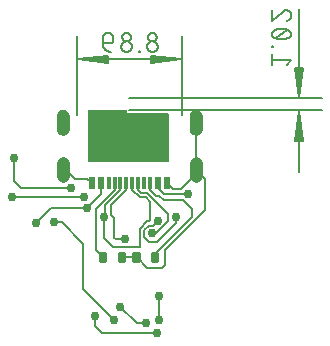
<source format=gbr>
G04 EAGLE Gerber RS-274X export*
G75*
%MOMM*%
%FSLAX34Y34*%
%LPD*%
%INBottom Copper*%
%IPPOS*%
%AMOC8*
5,1,8,0,0,1.08239X$1,22.5*%
G01*
%ADD10C,0.130000*%
%ADD11C,0.152400*%
%ADD12R,0.600000X1.100000*%
%ADD13R,0.300000X1.100000*%
%ADD14C,1.108000*%
%ADD15C,0.377400*%
%ADD16C,0.756400*%

G36*
X146836Y170766D02*
X146836Y170766D01*
X146855Y170764D01*
X146957Y170786D01*
X147059Y170802D01*
X147076Y170812D01*
X147096Y170816D01*
X147185Y170869D01*
X147276Y170918D01*
X147290Y170932D01*
X147307Y170942D01*
X147374Y171021D01*
X147446Y171096D01*
X147454Y171114D01*
X147467Y171129D01*
X147506Y171225D01*
X147549Y171319D01*
X147551Y171339D01*
X147559Y171357D01*
X147577Y171524D01*
X147577Y211694D01*
X147574Y211714D01*
X147576Y211733D01*
X147554Y211835D01*
X147538Y211937D01*
X147528Y211954D01*
X147524Y211974D01*
X147471Y212063D01*
X147422Y212154D01*
X147408Y212168D01*
X147398Y212185D01*
X147319Y212252D01*
X147244Y212324D01*
X147226Y212332D01*
X147211Y212345D01*
X147115Y212384D01*
X147021Y212427D01*
X147001Y212429D01*
X146983Y212437D01*
X146816Y212455D01*
X113399Y212455D01*
X112125Y213729D01*
X112125Y214630D01*
X112122Y214650D01*
X112124Y214669D01*
X112102Y214771D01*
X112086Y214873D01*
X112076Y214890D01*
X112072Y214910D01*
X112019Y214999D01*
X111970Y215090D01*
X111956Y215104D01*
X111946Y215121D01*
X111867Y215188D01*
X111792Y215260D01*
X111774Y215268D01*
X111759Y215281D01*
X111663Y215320D01*
X111569Y215363D01*
X111549Y215365D01*
X111531Y215373D01*
X111364Y215391D01*
X80184Y215391D01*
X80164Y215388D01*
X80145Y215390D01*
X80043Y215368D01*
X79941Y215352D01*
X79924Y215342D01*
X79904Y215338D01*
X79815Y215285D01*
X79724Y215236D01*
X79710Y215222D01*
X79693Y215212D01*
X79626Y215133D01*
X79554Y215058D01*
X79546Y215040D01*
X79533Y215025D01*
X79494Y214929D01*
X79451Y214835D01*
X79449Y214815D01*
X79441Y214797D01*
X79423Y214630D01*
X79423Y171524D01*
X79426Y171504D01*
X79424Y171485D01*
X79446Y171383D01*
X79462Y171281D01*
X79472Y171264D01*
X79476Y171244D01*
X79529Y171155D01*
X79578Y171064D01*
X79592Y171050D01*
X79602Y171033D01*
X79681Y170966D01*
X79756Y170894D01*
X79774Y170886D01*
X79789Y170873D01*
X79885Y170834D01*
X79979Y170791D01*
X79999Y170789D01*
X80017Y170781D01*
X80184Y170763D01*
X146816Y170763D01*
X146836Y170766D01*
G37*
G36*
X171618Y193546D02*
X171618Y193546D01*
X171624Y193552D01*
X171629Y193549D01*
X172686Y193919D01*
X172690Y193926D01*
X172696Y193923D01*
X173644Y194519D01*
X173647Y194527D01*
X173652Y194526D01*
X174444Y195318D01*
X174445Y195326D01*
X174451Y195326D01*
X175047Y196274D01*
X175046Y196283D01*
X175051Y196284D01*
X175421Y197341D01*
X175420Y197345D01*
X175422Y197347D01*
X175420Y197350D01*
X175424Y197352D01*
X175549Y198465D01*
X175547Y198468D01*
X175549Y198470D01*
X175549Y210470D01*
X175547Y210473D01*
X175549Y210476D01*
X175424Y211588D01*
X175418Y211594D01*
X175421Y211599D01*
X175051Y212656D01*
X175045Y212660D01*
X175047Y212666D01*
X174451Y213614D01*
X174443Y213617D01*
X174444Y213622D01*
X173652Y214414D01*
X173644Y214415D01*
X173644Y214421D01*
X172696Y215017D01*
X172687Y215016D01*
X172686Y215021D01*
X171629Y215391D01*
X171621Y215389D01*
X171618Y215394D01*
X170506Y215519D01*
X170498Y215515D01*
X170495Y215519D01*
X169382Y215394D01*
X169376Y215388D01*
X169371Y215391D01*
X168314Y215021D01*
X168310Y215015D01*
X168304Y215017D01*
X167356Y214421D01*
X167353Y214413D01*
X167348Y214414D01*
X166556Y213622D01*
X166555Y213614D01*
X166549Y213614D01*
X165953Y212666D01*
X165954Y212657D01*
X165949Y212656D01*
X165579Y211599D01*
X165581Y211591D01*
X165576Y211588D01*
X165451Y210476D01*
X165453Y210472D01*
X165451Y210470D01*
X165451Y198470D01*
X165453Y198467D01*
X165451Y198465D01*
X165576Y197352D01*
X165582Y197346D01*
X165579Y197341D01*
X165949Y196284D01*
X165956Y196280D01*
X165953Y196274D01*
X166549Y195326D01*
X166557Y195323D01*
X166556Y195318D01*
X167348Y194526D01*
X167356Y194525D01*
X167356Y194519D01*
X168304Y193923D01*
X168313Y193924D01*
X168314Y193919D01*
X169371Y193549D01*
X169379Y193551D01*
X169382Y193546D01*
X170495Y193421D01*
X170502Y193425D01*
X170506Y193421D01*
X171618Y193546D01*
G37*
G36*
X59218Y193546D02*
X59218Y193546D01*
X59224Y193552D01*
X59229Y193549D01*
X60286Y193919D01*
X60290Y193926D01*
X60296Y193923D01*
X61244Y194519D01*
X61247Y194527D01*
X61252Y194526D01*
X62044Y195318D01*
X62045Y195326D01*
X62051Y195326D01*
X62647Y196274D01*
X62646Y196283D01*
X62651Y196284D01*
X63021Y197341D01*
X63020Y197345D01*
X63022Y197347D01*
X63020Y197350D01*
X63024Y197352D01*
X63149Y198465D01*
X63147Y198468D01*
X63149Y198470D01*
X63149Y210470D01*
X63147Y210473D01*
X63149Y210476D01*
X63024Y211588D01*
X63018Y211594D01*
X63021Y211599D01*
X62651Y212656D01*
X62645Y212660D01*
X62647Y212666D01*
X62051Y213614D01*
X62043Y213617D01*
X62044Y213622D01*
X61252Y214414D01*
X61244Y214415D01*
X61244Y214421D01*
X60296Y215017D01*
X60287Y215016D01*
X60286Y215021D01*
X59229Y215391D01*
X59221Y215389D01*
X59218Y215394D01*
X58106Y215519D01*
X58098Y215515D01*
X58095Y215519D01*
X56982Y215394D01*
X56976Y215388D01*
X56971Y215391D01*
X55914Y215021D01*
X55910Y215015D01*
X55904Y215017D01*
X54956Y214421D01*
X54953Y214413D01*
X54948Y214414D01*
X54156Y213622D01*
X54155Y213614D01*
X54149Y213614D01*
X53553Y212666D01*
X53554Y212657D01*
X53549Y212656D01*
X53179Y211599D01*
X53181Y211591D01*
X53176Y211588D01*
X53051Y210476D01*
X53053Y210472D01*
X53051Y210470D01*
X53051Y198470D01*
X53053Y198467D01*
X53051Y198465D01*
X53176Y197352D01*
X53182Y197346D01*
X53179Y197341D01*
X53549Y196284D01*
X53556Y196280D01*
X53553Y196274D01*
X54149Y195326D01*
X54157Y195323D01*
X54156Y195318D01*
X54948Y194526D01*
X54956Y194525D01*
X54956Y194519D01*
X55904Y193923D01*
X55913Y193924D01*
X55914Y193919D01*
X56971Y193549D01*
X56979Y193551D01*
X56982Y193546D01*
X58095Y193421D01*
X58102Y193425D01*
X58106Y193421D01*
X59218Y193546D01*
G37*
G36*
X59218Y155546D02*
X59218Y155546D01*
X59224Y155552D01*
X59229Y155549D01*
X60286Y155919D01*
X60290Y155926D01*
X60296Y155923D01*
X61244Y156519D01*
X61247Y156527D01*
X61252Y156526D01*
X62044Y157318D01*
X62045Y157326D01*
X62051Y157326D01*
X62647Y158274D01*
X62646Y158283D01*
X62651Y158284D01*
X63021Y159341D01*
X63020Y159345D01*
X63022Y159347D01*
X63020Y159350D01*
X63024Y159352D01*
X63149Y160465D01*
X63147Y160468D01*
X63149Y160470D01*
X63149Y168470D01*
X63147Y168473D01*
X63149Y168476D01*
X63024Y169588D01*
X63018Y169594D01*
X63021Y169599D01*
X62651Y170656D01*
X62645Y170660D01*
X62647Y170666D01*
X62051Y171614D01*
X62043Y171617D01*
X62044Y171622D01*
X61252Y172414D01*
X61244Y172415D01*
X61244Y172421D01*
X60296Y173017D01*
X60287Y173016D01*
X60286Y173021D01*
X59229Y173391D01*
X59221Y173389D01*
X59218Y173394D01*
X58106Y173519D01*
X58098Y173515D01*
X58095Y173519D01*
X56982Y173394D01*
X56976Y173388D01*
X56971Y173391D01*
X55914Y173021D01*
X55910Y173015D01*
X55904Y173017D01*
X54956Y172421D01*
X54953Y172413D01*
X54948Y172414D01*
X54156Y171622D01*
X54155Y171614D01*
X54149Y171614D01*
X53553Y170666D01*
X53554Y170657D01*
X53549Y170656D01*
X53179Y169599D01*
X53181Y169591D01*
X53176Y169588D01*
X53051Y168476D01*
X53053Y168472D01*
X53051Y168470D01*
X53051Y160470D01*
X53053Y160467D01*
X53051Y160465D01*
X53176Y159352D01*
X53182Y159346D01*
X53179Y159341D01*
X53549Y158284D01*
X53556Y158280D01*
X53553Y158274D01*
X54149Y157326D01*
X54157Y157323D01*
X54156Y157318D01*
X54948Y156526D01*
X54956Y156525D01*
X54956Y156519D01*
X55904Y155923D01*
X55913Y155924D01*
X55914Y155919D01*
X56971Y155549D01*
X56979Y155551D01*
X56982Y155546D01*
X58095Y155421D01*
X58102Y155425D01*
X58106Y155421D01*
X59218Y155546D01*
G37*
G36*
X171618Y155546D02*
X171618Y155546D01*
X171624Y155552D01*
X171629Y155549D01*
X172686Y155919D01*
X172690Y155926D01*
X172696Y155923D01*
X173644Y156519D01*
X173647Y156527D01*
X173652Y156526D01*
X174444Y157318D01*
X174445Y157326D01*
X174451Y157326D01*
X175047Y158274D01*
X175046Y158283D01*
X175051Y158284D01*
X175421Y159341D01*
X175420Y159345D01*
X175422Y159347D01*
X175420Y159350D01*
X175424Y159352D01*
X175549Y160465D01*
X175547Y160468D01*
X175549Y160470D01*
X175549Y168470D01*
X175547Y168473D01*
X175549Y168476D01*
X175424Y169588D01*
X175418Y169594D01*
X175421Y169599D01*
X175051Y170656D01*
X175045Y170660D01*
X175047Y170666D01*
X174451Y171614D01*
X174443Y171617D01*
X174444Y171622D01*
X173652Y172414D01*
X173644Y172415D01*
X173644Y172421D01*
X172696Y173017D01*
X172687Y173016D01*
X172686Y173021D01*
X171629Y173391D01*
X171621Y173389D01*
X171618Y173394D01*
X170506Y173519D01*
X170498Y173515D01*
X170495Y173519D01*
X169382Y173394D01*
X169376Y173388D01*
X169371Y173391D01*
X168314Y173021D01*
X168310Y173015D01*
X168304Y173017D01*
X167356Y172421D01*
X167353Y172413D01*
X167348Y172414D01*
X166556Y171622D01*
X166555Y171614D01*
X166549Y171614D01*
X165953Y170666D01*
X165954Y170657D01*
X165949Y170656D01*
X165579Y169599D01*
X165581Y169591D01*
X165576Y169588D01*
X165451Y168476D01*
X165453Y168472D01*
X165451Y168470D01*
X165451Y160470D01*
X165453Y160467D01*
X165451Y160465D01*
X165576Y159352D01*
X165582Y159346D01*
X165579Y159341D01*
X165949Y158284D01*
X165956Y158280D01*
X165953Y158274D01*
X166549Y157326D01*
X166557Y157323D01*
X166556Y157318D01*
X167348Y156526D01*
X167356Y156525D01*
X167356Y156519D01*
X168304Y155923D01*
X168313Y155924D01*
X168314Y155919D01*
X169371Y155549D01*
X169379Y155551D01*
X169382Y155546D01*
X170495Y155421D01*
X170502Y155425D01*
X170506Y155421D01*
X171618Y155546D01*
G37*
D10*
X114300Y224790D02*
X277310Y224790D01*
X277310Y214630D02*
X114300Y214630D01*
X257810Y213980D02*
X257810Y162630D01*
X257810Y225440D02*
X257810Y300418D01*
X254618Y250790D02*
X257810Y225440D01*
X254618Y250790D02*
X261002Y250790D01*
X257810Y225440D01*
X256510Y250790D01*
X259110Y250790D02*
X257810Y225440D01*
X255210Y250790D01*
X260410Y250790D02*
X257810Y225440D01*
X257810Y213980D02*
X254618Y188630D01*
X261002Y188630D01*
X257810Y213980D01*
X256510Y188630D01*
X259110Y188630D02*
X257810Y213980D01*
X255210Y188630D01*
X260410Y188630D02*
X257810Y213980D01*
D11*
X247691Y253110D02*
X251303Y257625D01*
X235047Y257625D01*
X235047Y253110D02*
X235047Y262141D01*
X235047Y268116D02*
X235950Y268116D01*
X235950Y269019D01*
X235047Y269019D01*
X235047Y268116D01*
X243175Y274994D02*
X243495Y274998D01*
X243814Y275009D01*
X244134Y275028D01*
X244452Y275055D01*
X244770Y275089D01*
X245087Y275131D01*
X245403Y275181D01*
X245718Y275238D01*
X246031Y275302D01*
X246343Y275374D01*
X246653Y275453D01*
X246960Y275540D01*
X247266Y275634D01*
X247569Y275735D01*
X247870Y275844D01*
X248168Y275959D01*
X248464Y276082D01*
X248756Y276212D01*
X249045Y276349D01*
X249046Y276348D02*
X249154Y276387D01*
X249261Y276430D01*
X249366Y276476D01*
X249470Y276527D01*
X249572Y276580D01*
X249672Y276637D01*
X249770Y276698D01*
X249865Y276762D01*
X249959Y276829D01*
X250050Y276900D01*
X250139Y276973D01*
X250225Y277050D01*
X250308Y277129D01*
X250389Y277211D01*
X250467Y277296D01*
X250541Y277384D01*
X250613Y277474D01*
X250681Y277566D01*
X250747Y277661D01*
X250809Y277758D01*
X250867Y277857D01*
X250923Y277959D01*
X250974Y278061D01*
X251022Y278166D01*
X251067Y278272D01*
X251108Y278380D01*
X251145Y278489D01*
X251178Y278599D01*
X251207Y278711D01*
X251233Y278823D01*
X251255Y278936D01*
X251272Y279050D01*
X251286Y279164D01*
X251296Y279279D01*
X251302Y279394D01*
X251304Y279509D01*
X251303Y279509D02*
X251301Y279624D01*
X251295Y279739D01*
X251285Y279854D01*
X251271Y279968D01*
X251254Y280082D01*
X251232Y280195D01*
X251206Y280307D01*
X251177Y280419D01*
X251144Y280529D01*
X251107Y280638D01*
X251066Y280746D01*
X251021Y280852D01*
X250973Y280957D01*
X250922Y281059D01*
X250866Y281160D01*
X250808Y281260D01*
X250746Y281357D01*
X250681Y281451D01*
X250612Y281544D01*
X250540Y281634D01*
X250466Y281722D01*
X250388Y281807D01*
X250307Y281889D01*
X250224Y281968D01*
X250138Y282045D01*
X250049Y282118D01*
X249958Y282189D01*
X249864Y282256D01*
X249769Y282320D01*
X249671Y282381D01*
X249571Y282438D01*
X249469Y282491D01*
X249365Y282542D01*
X249260Y282588D01*
X249153Y282631D01*
X249045Y282670D01*
X249045Y282669D02*
X248756Y282806D01*
X248464Y282936D01*
X248168Y283059D01*
X247870Y283174D01*
X247569Y283283D01*
X247266Y283384D01*
X246960Y283478D01*
X246653Y283565D01*
X246343Y283644D01*
X246031Y283716D01*
X245718Y283780D01*
X245403Y283837D01*
X245087Y283887D01*
X244770Y283929D01*
X244452Y283963D01*
X244134Y283990D01*
X243814Y284009D01*
X243495Y284020D01*
X243175Y284024D01*
X243175Y274994D02*
X242855Y274998D01*
X242536Y275009D01*
X242216Y275028D01*
X241898Y275055D01*
X241580Y275089D01*
X241263Y275131D01*
X240947Y275181D01*
X240632Y275238D01*
X240319Y275302D01*
X240007Y275374D01*
X239697Y275453D01*
X239390Y275540D01*
X239084Y275634D01*
X238781Y275735D01*
X238480Y275844D01*
X238182Y275959D01*
X237886Y276082D01*
X237594Y276212D01*
X237305Y276349D01*
X237305Y276348D02*
X237197Y276387D01*
X237090Y276430D01*
X236985Y276476D01*
X236881Y276527D01*
X236779Y276580D01*
X236679Y276637D01*
X236581Y276698D01*
X236486Y276762D01*
X236392Y276829D01*
X236301Y276900D01*
X236212Y276973D01*
X236126Y277050D01*
X236043Y277129D01*
X235962Y277211D01*
X235884Y277296D01*
X235810Y277384D01*
X235738Y277474D01*
X235669Y277567D01*
X235604Y277661D01*
X235542Y277758D01*
X235484Y277858D01*
X235428Y277959D01*
X235377Y278061D01*
X235329Y278166D01*
X235284Y278272D01*
X235243Y278380D01*
X235206Y278489D01*
X235173Y278599D01*
X235144Y278711D01*
X235118Y278823D01*
X235096Y278936D01*
X235079Y279050D01*
X235065Y279164D01*
X235055Y279279D01*
X235049Y279394D01*
X235047Y279509D01*
X237305Y282669D02*
X237594Y282806D01*
X237886Y282936D01*
X238182Y283059D01*
X238480Y283174D01*
X238781Y283283D01*
X239084Y283384D01*
X239390Y283478D01*
X239697Y283565D01*
X240007Y283644D01*
X240319Y283716D01*
X240632Y283780D01*
X240947Y283837D01*
X241263Y283887D01*
X241580Y283929D01*
X241898Y283963D01*
X242216Y283990D01*
X242536Y284009D01*
X242855Y284020D01*
X243175Y284024D01*
X237305Y282670D02*
X237197Y282631D01*
X237090Y282588D01*
X236985Y282542D01*
X236881Y282491D01*
X236779Y282438D01*
X236679Y282381D01*
X236581Y282320D01*
X236486Y282256D01*
X236392Y282189D01*
X236301Y282118D01*
X236212Y282045D01*
X236126Y281968D01*
X236043Y281889D01*
X235962Y281807D01*
X235884Y281722D01*
X235810Y281634D01*
X235738Y281544D01*
X235669Y281451D01*
X235604Y281357D01*
X235542Y281260D01*
X235484Y281160D01*
X235428Y281059D01*
X235377Y280956D01*
X235329Y280852D01*
X235284Y280746D01*
X235243Y280638D01*
X235206Y280529D01*
X235173Y280419D01*
X235144Y280307D01*
X235118Y280195D01*
X235096Y280082D01*
X235079Y279968D01*
X235065Y279854D01*
X235055Y279739D01*
X235049Y279624D01*
X235047Y279509D01*
X238659Y275897D02*
X247691Y283122D01*
X251303Y295592D02*
X251301Y295717D01*
X251295Y295842D01*
X251286Y295967D01*
X251272Y296091D01*
X251255Y296215D01*
X251234Y296339D01*
X251209Y296461D01*
X251180Y296583D01*
X251148Y296704D01*
X251112Y296824D01*
X251072Y296943D01*
X251029Y297060D01*
X250982Y297176D01*
X250931Y297291D01*
X250877Y297403D01*
X250819Y297515D01*
X250759Y297624D01*
X250694Y297731D01*
X250627Y297837D01*
X250556Y297940D01*
X250482Y298041D01*
X250405Y298140D01*
X250325Y298236D01*
X250242Y298330D01*
X250157Y298421D01*
X250068Y298510D01*
X249977Y298595D01*
X249883Y298678D01*
X249787Y298758D01*
X249688Y298835D01*
X249587Y298909D01*
X249484Y298980D01*
X249378Y299047D01*
X249271Y299112D01*
X249162Y299172D01*
X249050Y299230D01*
X248938Y299284D01*
X248823Y299335D01*
X248707Y299382D01*
X248590Y299425D01*
X248471Y299465D01*
X248351Y299501D01*
X248230Y299533D01*
X248108Y299562D01*
X247986Y299587D01*
X247862Y299608D01*
X247738Y299625D01*
X247614Y299639D01*
X247489Y299648D01*
X247364Y299654D01*
X247239Y299656D01*
X251303Y295592D02*
X251301Y295449D01*
X251295Y295307D01*
X251285Y295164D01*
X251272Y295022D01*
X251254Y294881D01*
X251233Y294739D01*
X251208Y294599D01*
X251179Y294459D01*
X251146Y294320D01*
X251109Y294182D01*
X251069Y294045D01*
X251025Y293910D01*
X250977Y293775D01*
X250925Y293642D01*
X250870Y293510D01*
X250811Y293380D01*
X250749Y293252D01*
X250683Y293125D01*
X250614Y293000D01*
X250542Y292877D01*
X250466Y292757D01*
X250387Y292638D01*
X250304Y292521D01*
X250219Y292407D01*
X250130Y292295D01*
X250039Y292186D01*
X249944Y292079D01*
X249847Y291974D01*
X249746Y291873D01*
X249643Y291774D01*
X249538Y291678D01*
X249429Y291585D01*
X249318Y291495D01*
X249205Y291408D01*
X249090Y291324D01*
X248972Y291244D01*
X248852Y291166D01*
X248730Y291092D01*
X248606Y291022D01*
X248480Y290954D01*
X248352Y290891D01*
X248223Y290830D01*
X248092Y290773D01*
X247960Y290720D01*
X247826Y290671D01*
X247691Y290625D01*
X244078Y298301D02*
X244170Y298395D01*
X244264Y298485D01*
X244361Y298573D01*
X244461Y298658D01*
X244563Y298740D01*
X244668Y298819D01*
X244775Y298894D01*
X244884Y298966D01*
X244995Y299035D01*
X245109Y299101D01*
X245224Y299163D01*
X245341Y299222D01*
X245460Y299277D01*
X245580Y299328D01*
X245702Y299376D01*
X245825Y299421D01*
X245949Y299461D01*
X246075Y299498D01*
X246202Y299531D01*
X246329Y299560D01*
X246458Y299586D01*
X246587Y299607D01*
X246717Y299625D01*
X246847Y299638D01*
X246977Y299648D01*
X247108Y299654D01*
X247239Y299656D01*
X244078Y298301D02*
X235047Y290625D01*
X235047Y299656D01*
D10*
X69850Y277310D02*
X69850Y210820D01*
X158750Y210820D02*
X158750Y277310D01*
X158100Y257810D02*
X70500Y257810D01*
X95850Y261002D01*
X95850Y254618D01*
X70500Y257810D01*
X95850Y259110D01*
X95850Y256510D02*
X70500Y257810D01*
X95850Y260410D01*
X95850Y255210D02*
X70500Y257810D01*
X132750Y261002D02*
X158100Y257810D01*
X132750Y261002D02*
X132750Y254618D01*
X158100Y257810D01*
X132750Y259110D01*
X132750Y256510D02*
X158100Y257810D01*
X132750Y260410D01*
X132750Y255210D02*
X158100Y257810D01*
D11*
X138352Y268833D02*
X138350Y268966D01*
X138344Y269098D01*
X138334Y269230D01*
X138321Y269362D01*
X138303Y269494D01*
X138282Y269624D01*
X138257Y269755D01*
X138228Y269884D01*
X138195Y270012D01*
X138159Y270140D01*
X138119Y270266D01*
X138075Y270391D01*
X138027Y270515D01*
X137976Y270637D01*
X137921Y270758D01*
X137863Y270877D01*
X137801Y270995D01*
X137736Y271110D01*
X137667Y271224D01*
X137596Y271335D01*
X137520Y271444D01*
X137442Y271551D01*
X137361Y271656D01*
X137276Y271758D01*
X137189Y271858D01*
X137099Y271955D01*
X137006Y272050D01*
X136910Y272141D01*
X136812Y272230D01*
X136711Y272316D01*
X136607Y272399D01*
X136501Y272479D01*
X136393Y272555D01*
X136283Y272629D01*
X136170Y272699D01*
X136056Y272766D01*
X135939Y272829D01*
X135821Y272889D01*
X135701Y272946D01*
X135579Y272999D01*
X135456Y273048D01*
X135332Y273094D01*
X135206Y273136D01*
X135079Y273174D01*
X134951Y273209D01*
X134822Y273240D01*
X134693Y273267D01*
X134562Y273290D01*
X134431Y273310D01*
X134299Y273325D01*
X134167Y273337D01*
X134035Y273345D01*
X133902Y273349D01*
X133770Y273349D01*
X133637Y273345D01*
X133505Y273337D01*
X133373Y273325D01*
X133241Y273310D01*
X133110Y273290D01*
X132979Y273267D01*
X132850Y273240D01*
X132721Y273209D01*
X132593Y273174D01*
X132466Y273136D01*
X132340Y273094D01*
X132216Y273048D01*
X132093Y272999D01*
X131971Y272946D01*
X131851Y272889D01*
X131733Y272829D01*
X131616Y272766D01*
X131502Y272699D01*
X131389Y272629D01*
X131279Y272555D01*
X131171Y272479D01*
X131065Y272399D01*
X130961Y272316D01*
X130860Y272230D01*
X130762Y272141D01*
X130666Y272050D01*
X130573Y271955D01*
X130483Y271858D01*
X130396Y271758D01*
X130311Y271656D01*
X130230Y271551D01*
X130152Y271444D01*
X130076Y271335D01*
X130005Y271224D01*
X129936Y271110D01*
X129871Y270995D01*
X129809Y270877D01*
X129751Y270758D01*
X129696Y270637D01*
X129645Y270515D01*
X129597Y270391D01*
X129553Y270266D01*
X129513Y270140D01*
X129477Y270012D01*
X129444Y269884D01*
X129415Y269755D01*
X129390Y269624D01*
X129369Y269494D01*
X129351Y269362D01*
X129338Y269230D01*
X129328Y269098D01*
X129322Y268966D01*
X129320Y268833D01*
X129322Y268700D01*
X129328Y268568D01*
X129338Y268436D01*
X129351Y268304D01*
X129369Y268172D01*
X129390Y268042D01*
X129415Y267911D01*
X129444Y267782D01*
X129477Y267654D01*
X129513Y267526D01*
X129553Y267400D01*
X129597Y267275D01*
X129645Y267151D01*
X129696Y267029D01*
X129751Y266908D01*
X129809Y266789D01*
X129871Y266671D01*
X129936Y266556D01*
X130005Y266442D01*
X130076Y266331D01*
X130152Y266222D01*
X130230Y266115D01*
X130311Y266010D01*
X130396Y265908D01*
X130483Y265808D01*
X130573Y265711D01*
X130666Y265616D01*
X130762Y265525D01*
X130860Y265436D01*
X130961Y265350D01*
X131065Y265267D01*
X131171Y265187D01*
X131279Y265111D01*
X131389Y265037D01*
X131502Y264967D01*
X131616Y264900D01*
X131733Y264837D01*
X131851Y264777D01*
X131971Y264720D01*
X132093Y264667D01*
X132216Y264618D01*
X132340Y264572D01*
X132466Y264530D01*
X132593Y264492D01*
X132721Y264457D01*
X132850Y264426D01*
X132979Y264399D01*
X133110Y264376D01*
X133241Y264356D01*
X133373Y264341D01*
X133505Y264329D01*
X133637Y264321D01*
X133770Y264317D01*
X133902Y264317D01*
X134035Y264321D01*
X134167Y264329D01*
X134299Y264341D01*
X134431Y264356D01*
X134562Y264376D01*
X134693Y264399D01*
X134822Y264426D01*
X134951Y264457D01*
X135079Y264492D01*
X135206Y264530D01*
X135332Y264572D01*
X135456Y264618D01*
X135579Y264667D01*
X135701Y264720D01*
X135821Y264777D01*
X135939Y264837D01*
X136056Y264900D01*
X136170Y264967D01*
X136283Y265037D01*
X136393Y265111D01*
X136501Y265187D01*
X136607Y265267D01*
X136711Y265350D01*
X136812Y265436D01*
X136910Y265525D01*
X137006Y265616D01*
X137099Y265711D01*
X137189Y265808D01*
X137276Y265908D01*
X137361Y266010D01*
X137442Y266115D01*
X137520Y266222D01*
X137596Y266331D01*
X137667Y266442D01*
X137736Y266556D01*
X137801Y266671D01*
X137863Y266789D01*
X137921Y266908D01*
X137976Y267029D01*
X138027Y267151D01*
X138075Y267275D01*
X138119Y267400D01*
X138159Y267526D01*
X138195Y267654D01*
X138228Y267782D01*
X138257Y267911D01*
X138282Y268042D01*
X138303Y268172D01*
X138321Y268304D01*
X138334Y268436D01*
X138344Y268568D01*
X138350Y268700D01*
X138352Y268833D01*
X137448Y276961D02*
X137446Y277080D01*
X137440Y277200D01*
X137430Y277319D01*
X137416Y277437D01*
X137399Y277556D01*
X137377Y277673D01*
X137352Y277790D01*
X137322Y277905D01*
X137289Y278020D01*
X137252Y278134D01*
X137212Y278246D01*
X137167Y278357D01*
X137119Y278466D01*
X137068Y278574D01*
X137013Y278680D01*
X136954Y278784D01*
X136892Y278886D01*
X136827Y278986D01*
X136758Y279084D01*
X136686Y279180D01*
X136611Y279273D01*
X136534Y279363D01*
X136453Y279451D01*
X136369Y279536D01*
X136282Y279618D01*
X136193Y279698D01*
X136101Y279774D01*
X136007Y279848D01*
X135910Y279918D01*
X135812Y279985D01*
X135711Y280049D01*
X135607Y280109D01*
X135502Y280166D01*
X135395Y280219D01*
X135287Y280269D01*
X135177Y280315D01*
X135065Y280357D01*
X134952Y280396D01*
X134838Y280431D01*
X134723Y280462D01*
X134606Y280490D01*
X134489Y280513D01*
X134372Y280533D01*
X134253Y280549D01*
X134134Y280561D01*
X134015Y280569D01*
X133896Y280573D01*
X133776Y280573D01*
X133657Y280569D01*
X133538Y280561D01*
X133419Y280549D01*
X133300Y280533D01*
X133183Y280513D01*
X133066Y280490D01*
X132949Y280462D01*
X132834Y280431D01*
X132720Y280396D01*
X132607Y280357D01*
X132495Y280315D01*
X132385Y280269D01*
X132277Y280219D01*
X132170Y280166D01*
X132065Y280109D01*
X131961Y280049D01*
X131860Y279985D01*
X131762Y279918D01*
X131665Y279848D01*
X131571Y279774D01*
X131479Y279698D01*
X131390Y279618D01*
X131303Y279536D01*
X131219Y279451D01*
X131138Y279363D01*
X131061Y279273D01*
X130986Y279180D01*
X130914Y279084D01*
X130845Y278986D01*
X130780Y278886D01*
X130718Y278784D01*
X130659Y278680D01*
X130604Y278574D01*
X130553Y278466D01*
X130505Y278357D01*
X130460Y278246D01*
X130420Y278134D01*
X130383Y278020D01*
X130350Y277905D01*
X130320Y277790D01*
X130295Y277673D01*
X130273Y277556D01*
X130256Y277437D01*
X130242Y277319D01*
X130232Y277200D01*
X130226Y277080D01*
X130224Y276961D01*
X130226Y276842D01*
X130232Y276722D01*
X130242Y276603D01*
X130256Y276485D01*
X130273Y276366D01*
X130295Y276249D01*
X130320Y276132D01*
X130350Y276017D01*
X130383Y275902D01*
X130420Y275788D01*
X130460Y275676D01*
X130505Y275565D01*
X130553Y275456D01*
X130604Y275348D01*
X130659Y275242D01*
X130718Y275138D01*
X130780Y275036D01*
X130845Y274936D01*
X130914Y274838D01*
X130986Y274742D01*
X131061Y274649D01*
X131138Y274559D01*
X131219Y274471D01*
X131303Y274386D01*
X131390Y274304D01*
X131479Y274224D01*
X131571Y274148D01*
X131665Y274074D01*
X131762Y274004D01*
X131860Y273937D01*
X131961Y273873D01*
X132065Y273813D01*
X132170Y273756D01*
X132277Y273703D01*
X132385Y273653D01*
X132495Y273607D01*
X132607Y273565D01*
X132720Y273526D01*
X132834Y273491D01*
X132949Y273460D01*
X133066Y273432D01*
X133183Y273409D01*
X133300Y273389D01*
X133419Y273373D01*
X133538Y273361D01*
X133657Y273353D01*
X133776Y273349D01*
X133896Y273349D01*
X134015Y273353D01*
X134134Y273361D01*
X134253Y273373D01*
X134372Y273389D01*
X134489Y273409D01*
X134606Y273432D01*
X134723Y273460D01*
X134838Y273491D01*
X134952Y273526D01*
X135065Y273565D01*
X135177Y273607D01*
X135287Y273653D01*
X135395Y273703D01*
X135502Y273756D01*
X135607Y273813D01*
X135711Y273873D01*
X135812Y273937D01*
X135910Y274004D01*
X136007Y274074D01*
X136101Y274148D01*
X136193Y274224D01*
X136282Y274304D01*
X136369Y274386D01*
X136453Y274471D01*
X136534Y274559D01*
X136611Y274649D01*
X136686Y274742D01*
X136758Y274838D01*
X136827Y274936D01*
X136892Y275036D01*
X136954Y275138D01*
X137013Y275242D01*
X137068Y275348D01*
X137119Y275456D01*
X137167Y275565D01*
X137212Y275676D01*
X137252Y275788D01*
X137289Y275902D01*
X137322Y276017D01*
X137352Y276132D01*
X137377Y276249D01*
X137399Y276366D01*
X137416Y276485D01*
X137430Y276603D01*
X137440Y276722D01*
X137446Y276842D01*
X137448Y276961D01*
X123346Y265220D02*
X123346Y264317D01*
X123346Y265220D02*
X122443Y265220D01*
X122443Y264317D01*
X123346Y264317D01*
X116469Y268833D02*
X116467Y268966D01*
X116461Y269098D01*
X116451Y269230D01*
X116438Y269362D01*
X116420Y269494D01*
X116399Y269624D01*
X116374Y269755D01*
X116345Y269884D01*
X116312Y270012D01*
X116276Y270140D01*
X116236Y270266D01*
X116192Y270391D01*
X116144Y270515D01*
X116093Y270637D01*
X116038Y270758D01*
X115980Y270877D01*
X115918Y270995D01*
X115853Y271110D01*
X115784Y271224D01*
X115713Y271335D01*
X115637Y271444D01*
X115559Y271551D01*
X115478Y271656D01*
X115393Y271758D01*
X115306Y271858D01*
X115216Y271955D01*
X115123Y272050D01*
X115027Y272141D01*
X114929Y272230D01*
X114828Y272316D01*
X114724Y272399D01*
X114618Y272479D01*
X114510Y272555D01*
X114400Y272629D01*
X114287Y272699D01*
X114173Y272766D01*
X114056Y272829D01*
X113938Y272889D01*
X113818Y272946D01*
X113696Y272999D01*
X113573Y273048D01*
X113449Y273094D01*
X113323Y273136D01*
X113196Y273174D01*
X113068Y273209D01*
X112939Y273240D01*
X112810Y273267D01*
X112679Y273290D01*
X112548Y273310D01*
X112416Y273325D01*
X112284Y273337D01*
X112152Y273345D01*
X112019Y273349D01*
X111887Y273349D01*
X111754Y273345D01*
X111622Y273337D01*
X111490Y273325D01*
X111358Y273310D01*
X111227Y273290D01*
X111096Y273267D01*
X110967Y273240D01*
X110838Y273209D01*
X110710Y273174D01*
X110583Y273136D01*
X110457Y273094D01*
X110333Y273048D01*
X110210Y272999D01*
X110088Y272946D01*
X109968Y272889D01*
X109850Y272829D01*
X109733Y272766D01*
X109619Y272699D01*
X109506Y272629D01*
X109396Y272555D01*
X109288Y272479D01*
X109182Y272399D01*
X109078Y272316D01*
X108977Y272230D01*
X108879Y272141D01*
X108783Y272050D01*
X108690Y271955D01*
X108600Y271858D01*
X108513Y271758D01*
X108428Y271656D01*
X108347Y271551D01*
X108269Y271444D01*
X108193Y271335D01*
X108122Y271224D01*
X108053Y271110D01*
X107988Y270995D01*
X107926Y270877D01*
X107868Y270758D01*
X107813Y270637D01*
X107762Y270515D01*
X107714Y270391D01*
X107670Y270266D01*
X107630Y270140D01*
X107594Y270012D01*
X107561Y269884D01*
X107532Y269755D01*
X107507Y269624D01*
X107486Y269494D01*
X107468Y269362D01*
X107455Y269230D01*
X107445Y269098D01*
X107439Y268966D01*
X107437Y268833D01*
X107439Y268700D01*
X107445Y268568D01*
X107455Y268436D01*
X107468Y268304D01*
X107486Y268172D01*
X107507Y268042D01*
X107532Y267911D01*
X107561Y267782D01*
X107594Y267654D01*
X107630Y267526D01*
X107670Y267400D01*
X107714Y267275D01*
X107762Y267151D01*
X107813Y267029D01*
X107868Y266908D01*
X107926Y266789D01*
X107988Y266671D01*
X108053Y266556D01*
X108122Y266442D01*
X108193Y266331D01*
X108269Y266222D01*
X108347Y266115D01*
X108428Y266010D01*
X108513Y265908D01*
X108600Y265808D01*
X108690Y265711D01*
X108783Y265616D01*
X108879Y265525D01*
X108977Y265436D01*
X109078Y265350D01*
X109182Y265267D01*
X109288Y265187D01*
X109396Y265111D01*
X109506Y265037D01*
X109619Y264967D01*
X109733Y264900D01*
X109850Y264837D01*
X109968Y264777D01*
X110088Y264720D01*
X110210Y264667D01*
X110333Y264618D01*
X110457Y264572D01*
X110583Y264530D01*
X110710Y264492D01*
X110838Y264457D01*
X110967Y264426D01*
X111096Y264399D01*
X111227Y264376D01*
X111358Y264356D01*
X111490Y264341D01*
X111622Y264329D01*
X111754Y264321D01*
X111887Y264317D01*
X112019Y264317D01*
X112152Y264321D01*
X112284Y264329D01*
X112416Y264341D01*
X112548Y264356D01*
X112679Y264376D01*
X112810Y264399D01*
X112939Y264426D01*
X113068Y264457D01*
X113196Y264492D01*
X113323Y264530D01*
X113449Y264572D01*
X113573Y264618D01*
X113696Y264667D01*
X113818Y264720D01*
X113938Y264777D01*
X114056Y264837D01*
X114173Y264900D01*
X114287Y264967D01*
X114400Y265037D01*
X114510Y265111D01*
X114618Y265187D01*
X114724Y265267D01*
X114828Y265350D01*
X114929Y265436D01*
X115027Y265525D01*
X115123Y265616D01*
X115216Y265711D01*
X115306Y265808D01*
X115393Y265908D01*
X115478Y266010D01*
X115559Y266115D01*
X115637Y266222D01*
X115713Y266331D01*
X115784Y266442D01*
X115853Y266556D01*
X115918Y266671D01*
X115980Y266789D01*
X116038Y266908D01*
X116093Y267029D01*
X116144Y267151D01*
X116192Y267275D01*
X116236Y267400D01*
X116276Y267526D01*
X116312Y267654D01*
X116345Y267782D01*
X116374Y267911D01*
X116399Y268042D01*
X116420Y268172D01*
X116438Y268304D01*
X116451Y268436D01*
X116461Y268568D01*
X116467Y268700D01*
X116469Y268833D01*
X115565Y276961D02*
X115563Y277080D01*
X115557Y277200D01*
X115547Y277319D01*
X115533Y277437D01*
X115516Y277556D01*
X115494Y277673D01*
X115469Y277790D01*
X115439Y277905D01*
X115406Y278020D01*
X115369Y278134D01*
X115329Y278246D01*
X115284Y278357D01*
X115236Y278466D01*
X115185Y278574D01*
X115130Y278680D01*
X115071Y278784D01*
X115009Y278886D01*
X114944Y278986D01*
X114875Y279084D01*
X114803Y279180D01*
X114728Y279273D01*
X114651Y279363D01*
X114570Y279451D01*
X114486Y279536D01*
X114399Y279618D01*
X114310Y279698D01*
X114218Y279774D01*
X114124Y279848D01*
X114027Y279918D01*
X113929Y279985D01*
X113828Y280049D01*
X113724Y280109D01*
X113619Y280166D01*
X113512Y280219D01*
X113404Y280269D01*
X113294Y280315D01*
X113182Y280357D01*
X113069Y280396D01*
X112955Y280431D01*
X112840Y280462D01*
X112723Y280490D01*
X112606Y280513D01*
X112489Y280533D01*
X112370Y280549D01*
X112251Y280561D01*
X112132Y280569D01*
X112013Y280573D01*
X111893Y280573D01*
X111774Y280569D01*
X111655Y280561D01*
X111536Y280549D01*
X111417Y280533D01*
X111300Y280513D01*
X111183Y280490D01*
X111066Y280462D01*
X110951Y280431D01*
X110837Y280396D01*
X110724Y280357D01*
X110612Y280315D01*
X110502Y280269D01*
X110394Y280219D01*
X110287Y280166D01*
X110182Y280109D01*
X110078Y280049D01*
X109977Y279985D01*
X109879Y279918D01*
X109782Y279848D01*
X109688Y279774D01*
X109596Y279698D01*
X109507Y279618D01*
X109420Y279536D01*
X109336Y279451D01*
X109255Y279363D01*
X109178Y279273D01*
X109103Y279180D01*
X109031Y279084D01*
X108962Y278986D01*
X108897Y278886D01*
X108835Y278784D01*
X108776Y278680D01*
X108721Y278574D01*
X108670Y278466D01*
X108622Y278357D01*
X108577Y278246D01*
X108537Y278134D01*
X108500Y278020D01*
X108467Y277905D01*
X108437Y277790D01*
X108412Y277673D01*
X108390Y277556D01*
X108373Y277437D01*
X108359Y277319D01*
X108349Y277200D01*
X108343Y277080D01*
X108341Y276961D01*
X108343Y276842D01*
X108349Y276722D01*
X108359Y276603D01*
X108373Y276485D01*
X108390Y276366D01*
X108412Y276249D01*
X108437Y276132D01*
X108467Y276017D01*
X108500Y275902D01*
X108537Y275788D01*
X108577Y275676D01*
X108622Y275565D01*
X108670Y275456D01*
X108721Y275348D01*
X108776Y275242D01*
X108835Y275138D01*
X108897Y275036D01*
X108962Y274936D01*
X109031Y274838D01*
X109103Y274742D01*
X109178Y274649D01*
X109255Y274559D01*
X109336Y274471D01*
X109420Y274386D01*
X109507Y274304D01*
X109596Y274224D01*
X109688Y274148D01*
X109782Y274074D01*
X109879Y274004D01*
X109977Y273937D01*
X110078Y273873D01*
X110182Y273813D01*
X110287Y273756D01*
X110394Y273703D01*
X110502Y273653D01*
X110612Y273607D01*
X110724Y273565D01*
X110837Y273526D01*
X110951Y273491D01*
X111066Y273460D01*
X111183Y273432D01*
X111300Y273409D01*
X111417Y273389D01*
X111536Y273373D01*
X111655Y273361D01*
X111774Y273353D01*
X111893Y273349D01*
X112013Y273349D01*
X112132Y273353D01*
X112251Y273361D01*
X112370Y273373D01*
X112489Y273389D01*
X112606Y273409D01*
X112723Y273432D01*
X112840Y273460D01*
X112955Y273491D01*
X113069Y273526D01*
X113182Y273565D01*
X113294Y273607D01*
X113404Y273653D01*
X113512Y273703D01*
X113619Y273756D01*
X113724Y273813D01*
X113828Y273873D01*
X113929Y273937D01*
X114027Y274004D01*
X114124Y274074D01*
X114218Y274148D01*
X114310Y274224D01*
X114399Y274304D01*
X114486Y274386D01*
X114570Y274471D01*
X114651Y274559D01*
X114728Y274649D01*
X114803Y274742D01*
X114875Y274838D01*
X114944Y274936D01*
X115009Y275036D01*
X115071Y275138D01*
X115130Y275242D01*
X115185Y275348D01*
X115236Y275456D01*
X115284Y275565D01*
X115329Y275676D01*
X115369Y275788D01*
X115406Y275902D01*
X115439Y276017D01*
X115469Y276132D01*
X115494Y276249D01*
X115516Y276366D01*
X115533Y276485D01*
X115547Y276603D01*
X115557Y276722D01*
X115563Y276842D01*
X115565Y276961D01*
X97225Y271542D02*
X91806Y271542D01*
X97225Y271542D02*
X97343Y271544D01*
X97461Y271550D01*
X97579Y271559D01*
X97696Y271573D01*
X97813Y271590D01*
X97930Y271611D01*
X98045Y271636D01*
X98160Y271665D01*
X98274Y271698D01*
X98386Y271734D01*
X98497Y271774D01*
X98607Y271817D01*
X98716Y271864D01*
X98823Y271914D01*
X98928Y271969D01*
X99031Y272026D01*
X99132Y272087D01*
X99232Y272151D01*
X99329Y272218D01*
X99424Y272288D01*
X99516Y272362D01*
X99607Y272438D01*
X99694Y272518D01*
X99779Y272600D01*
X99861Y272685D01*
X99941Y272772D01*
X100017Y272863D01*
X100091Y272955D01*
X100161Y273050D01*
X100228Y273147D01*
X100292Y273247D01*
X100353Y273348D01*
X100410Y273451D01*
X100465Y273556D01*
X100515Y273663D01*
X100562Y273772D01*
X100605Y273882D01*
X100645Y273993D01*
X100681Y274105D01*
X100714Y274219D01*
X100743Y274334D01*
X100768Y274449D01*
X100789Y274566D01*
X100806Y274683D01*
X100820Y274800D01*
X100829Y274918D01*
X100835Y275036D01*
X100837Y275154D01*
X100837Y276057D01*
X100835Y276190D01*
X100829Y276322D01*
X100819Y276454D01*
X100806Y276586D01*
X100788Y276718D01*
X100767Y276848D01*
X100742Y276979D01*
X100713Y277108D01*
X100680Y277236D01*
X100644Y277364D01*
X100604Y277490D01*
X100560Y277615D01*
X100512Y277739D01*
X100461Y277861D01*
X100406Y277982D01*
X100348Y278101D01*
X100286Y278219D01*
X100221Y278334D01*
X100152Y278448D01*
X100081Y278559D01*
X100005Y278668D01*
X99927Y278775D01*
X99846Y278880D01*
X99761Y278982D01*
X99674Y279082D01*
X99584Y279179D01*
X99491Y279274D01*
X99395Y279365D01*
X99297Y279454D01*
X99196Y279540D01*
X99092Y279623D01*
X98986Y279703D01*
X98878Y279779D01*
X98768Y279853D01*
X98655Y279923D01*
X98541Y279990D01*
X98424Y280053D01*
X98306Y280113D01*
X98186Y280170D01*
X98064Y280223D01*
X97941Y280272D01*
X97817Y280318D01*
X97691Y280360D01*
X97564Y280398D01*
X97436Y280433D01*
X97307Y280464D01*
X97178Y280491D01*
X97047Y280514D01*
X96916Y280534D01*
X96784Y280549D01*
X96652Y280561D01*
X96520Y280569D01*
X96387Y280573D01*
X96255Y280573D01*
X96122Y280569D01*
X95990Y280561D01*
X95858Y280549D01*
X95726Y280534D01*
X95595Y280514D01*
X95464Y280491D01*
X95335Y280464D01*
X95206Y280433D01*
X95078Y280398D01*
X94951Y280360D01*
X94825Y280318D01*
X94701Y280272D01*
X94578Y280223D01*
X94456Y280170D01*
X94336Y280113D01*
X94218Y280053D01*
X94101Y279990D01*
X93987Y279923D01*
X93874Y279853D01*
X93764Y279779D01*
X93656Y279703D01*
X93550Y279623D01*
X93446Y279540D01*
X93345Y279454D01*
X93247Y279365D01*
X93151Y279274D01*
X93058Y279179D01*
X92968Y279082D01*
X92881Y278982D01*
X92796Y278880D01*
X92715Y278775D01*
X92637Y278668D01*
X92561Y278559D01*
X92490Y278448D01*
X92421Y278334D01*
X92356Y278219D01*
X92294Y278101D01*
X92236Y277982D01*
X92181Y277861D01*
X92130Y277739D01*
X92082Y277615D01*
X92038Y277490D01*
X91998Y277364D01*
X91962Y277236D01*
X91929Y277108D01*
X91900Y276979D01*
X91875Y276848D01*
X91854Y276718D01*
X91836Y276586D01*
X91823Y276454D01*
X91813Y276322D01*
X91807Y276190D01*
X91805Y276057D01*
X91806Y276057D02*
X91806Y271542D01*
X91808Y271367D01*
X91814Y271193D01*
X91825Y271019D01*
X91840Y270845D01*
X91859Y270671D01*
X91882Y270498D01*
X91909Y270326D01*
X91941Y270154D01*
X91976Y269983D01*
X92016Y269813D01*
X92060Y269644D01*
X92108Y269476D01*
X92160Y269309D01*
X92216Y269144D01*
X92276Y268980D01*
X92339Y268817D01*
X92407Y268657D01*
X92479Y268497D01*
X92554Y268340D01*
X92634Y268184D01*
X92717Y268031D01*
X92803Y267879D01*
X92894Y267730D01*
X92988Y267583D01*
X93085Y267438D01*
X93186Y267295D01*
X93290Y267155D01*
X93398Y267018D01*
X93509Y266883D01*
X93623Y266751D01*
X93740Y266622D01*
X93861Y266495D01*
X93984Y266372D01*
X94111Y266251D01*
X94240Y266134D01*
X94372Y266020D01*
X94507Y265909D01*
X94644Y265801D01*
X94784Y265697D01*
X94927Y265596D01*
X95072Y265499D01*
X95219Y265405D01*
X95368Y265314D01*
X95520Y265228D01*
X95673Y265145D01*
X95829Y265065D01*
X95986Y264990D01*
X96146Y264918D01*
X96306Y264850D01*
X96469Y264787D01*
X96633Y264727D01*
X96798Y264671D01*
X96965Y264619D01*
X97133Y264571D01*
X97302Y264527D01*
X97472Y264487D01*
X97643Y264452D01*
X97815Y264420D01*
X97987Y264393D01*
X98160Y264370D01*
X98334Y264351D01*
X98508Y264336D01*
X98682Y264325D01*
X98856Y264319D01*
X99031Y264317D01*
D12*
X82300Y152970D03*
X90300Y152970D03*
D13*
X96800Y152970D03*
X101800Y152970D03*
X106800Y152970D03*
X111800Y152970D03*
X116800Y152970D03*
X121800Y152970D03*
X126800Y152970D03*
X131800Y152970D03*
D12*
X138300Y152970D03*
X146300Y152970D03*
D14*
X58100Y198930D02*
X58100Y210010D01*
X170500Y170010D02*
X170500Y158930D01*
X58100Y158930D02*
X58100Y170010D01*
X170500Y198930D02*
X170500Y210010D01*
D15*
X138033Y87407D02*
X134407Y87407D01*
X134407Y92933D01*
X138033Y92933D01*
X138033Y87407D01*
X138033Y90992D02*
X134407Y90992D01*
X122133Y92933D02*
X118507Y92933D01*
X122133Y92933D02*
X122133Y87407D01*
X118507Y87407D01*
X118507Y92933D01*
X118507Y90992D02*
X122133Y90992D01*
X109763Y87407D02*
X106137Y87407D01*
X106137Y92933D01*
X109763Y92933D01*
X109763Y87407D01*
X109763Y90992D02*
X106137Y90992D01*
X93863Y92933D02*
X90237Y92933D01*
X93863Y92933D02*
X93863Y87407D01*
X90237Y87407D01*
X90237Y92933D01*
X90237Y90992D02*
X93863Y90992D01*
D11*
X132080Y152690D02*
X131800Y152970D01*
X132080Y152690D02*
X132080Y147320D01*
X137160Y142240D01*
X139700Y142240D01*
X143510Y138430D01*
X160020Y138430D01*
X167640Y130810D01*
X167640Y124460D01*
X136220Y93040D02*
X136220Y90170D01*
X136220Y93040D02*
X167640Y124460D01*
X101800Y147520D02*
X101800Y152970D01*
X85700Y131420D02*
X85700Y96520D01*
X92050Y90170D01*
X85700Y131420D02*
X101800Y147520D01*
X107950Y90170D02*
X120320Y90170D01*
X174220Y160750D02*
X170500Y164470D01*
X170500Y160660D01*
X157730Y147890D01*
X151380Y147890D01*
X146300Y152970D01*
X170500Y164470D02*
X170500Y204470D01*
X144780Y96520D02*
X144780Y83820D01*
X142240Y81280D01*
X129540Y81280D01*
X120650Y90170D01*
X120320Y90170D01*
X144780Y96520D02*
X178334Y130074D01*
X82300Y152970D02*
X78490Y156780D01*
X68330Y156780D01*
X60640Y164470D01*
X58100Y164470D01*
X178334Y156636D02*
X178334Y130074D01*
X178334Y156636D02*
X170500Y164470D01*
D16*
X16510Y173990D03*
D11*
X16510Y154940D02*
X22860Y148590D01*
X16510Y154940D02*
X16510Y173990D01*
X22860Y148590D02*
X64770Y148590D01*
D16*
X64770Y148590D03*
X133350Y110490D03*
D11*
X121800Y147440D02*
X121800Y152970D01*
X121800Y147440D02*
X124460Y144780D01*
X147320Y127000D02*
X147320Y120650D01*
X137160Y110490D01*
X133350Y110490D01*
X129540Y144780D02*
X124460Y144780D01*
X129540Y144780D02*
X147320Y127000D01*
X111800Y147360D02*
X111800Y152970D01*
X111800Y147360D02*
X99060Y134620D01*
X99060Y125730D01*
X101600Y123190D02*
X101600Y106680D01*
X102870Y105410D01*
X110490Y105410D01*
X101600Y123190D02*
X99060Y125730D01*
D16*
X110490Y105410D03*
D11*
X106680Y152850D02*
X106800Y152970D01*
X106680Y152850D02*
X106680Y147320D01*
D16*
X15240Y140970D03*
D11*
X76200Y140970D01*
D16*
X76200Y140970D03*
X92710Y124460D03*
D11*
X93980Y125730D02*
X93980Y134620D01*
X93980Y125730D02*
X92710Y124460D01*
X93980Y134620D02*
X106680Y147320D01*
X116800Y152970D02*
X116840Y152930D01*
X116840Y147320D01*
X123190Y140970D01*
X128270Y140970D01*
X132080Y137160D01*
X132080Y121920D01*
X130810Y120650D01*
X129540Y120650D01*
X123190Y114300D02*
X123190Y99060D01*
X100330Y99060D01*
X92710Y106680D01*
X92710Y124460D01*
X123190Y114300D02*
X129540Y120650D01*
D16*
X106680Y48260D03*
D11*
X120650Y34290D01*
X128270Y34290D01*
D16*
X128270Y34290D03*
X139700Y57150D03*
D11*
X139700Y36830D01*
D16*
X139700Y36830D03*
X137850Y25980D03*
D11*
X90860Y25980D01*
X85090Y31750D01*
X85090Y40640D01*
D16*
X85090Y40640D03*
D11*
X75184Y101854D02*
X57150Y119888D01*
X50800Y119888D01*
X75184Y101854D02*
X75184Y63500D01*
D16*
X50800Y119888D03*
D11*
X101600Y37084D02*
X101600Y36830D01*
D16*
X101600Y36830D03*
D11*
X101600Y37084D02*
X75184Y63500D01*
D16*
X35560Y119380D03*
D11*
X48260Y132080D01*
X78740Y132080D01*
X79194Y132080D01*
X90170Y148156D02*
X90300Y148156D01*
D16*
X153897Y124687D03*
X163830Y143510D03*
D11*
X143510Y143510D01*
X138300Y148720D02*
X138300Y152970D01*
X138300Y148720D02*
X143510Y143510D01*
X153897Y124687D02*
X153897Y119607D01*
X127000Y113030D02*
X127000Y107604D01*
X137532Y103242D02*
X153897Y119607D01*
X138430Y120650D02*
X134620Y116840D01*
X130810Y116840D01*
X127000Y113030D01*
D16*
X138430Y120650D03*
D11*
X127000Y107604D02*
X131362Y103242D01*
X137532Y103242D01*
D16*
X78740Y132080D03*
D11*
X90300Y143640D02*
X90300Y152970D01*
X90300Y143640D02*
X78740Y132080D01*
M02*

</source>
